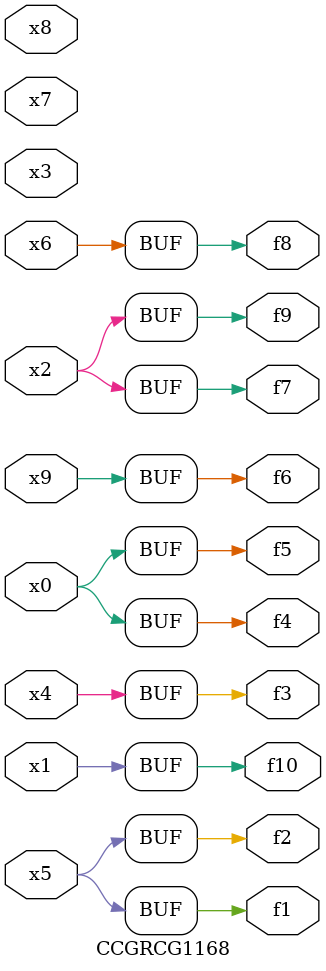
<source format=v>
module CCGRCG1168(
	input x0, x1, x2, x3, x4, x5, x6, x7, x8, x9,
	output f1, f2, f3, f4, f5, f6, f7, f8, f9, f10
);
	assign f1 = x5;
	assign f2 = x5;
	assign f3 = x4;
	assign f4 = x0;
	assign f5 = x0;
	assign f6 = x9;
	assign f7 = x2;
	assign f8 = x6;
	assign f9 = x2;
	assign f10 = x1;
endmodule

</source>
